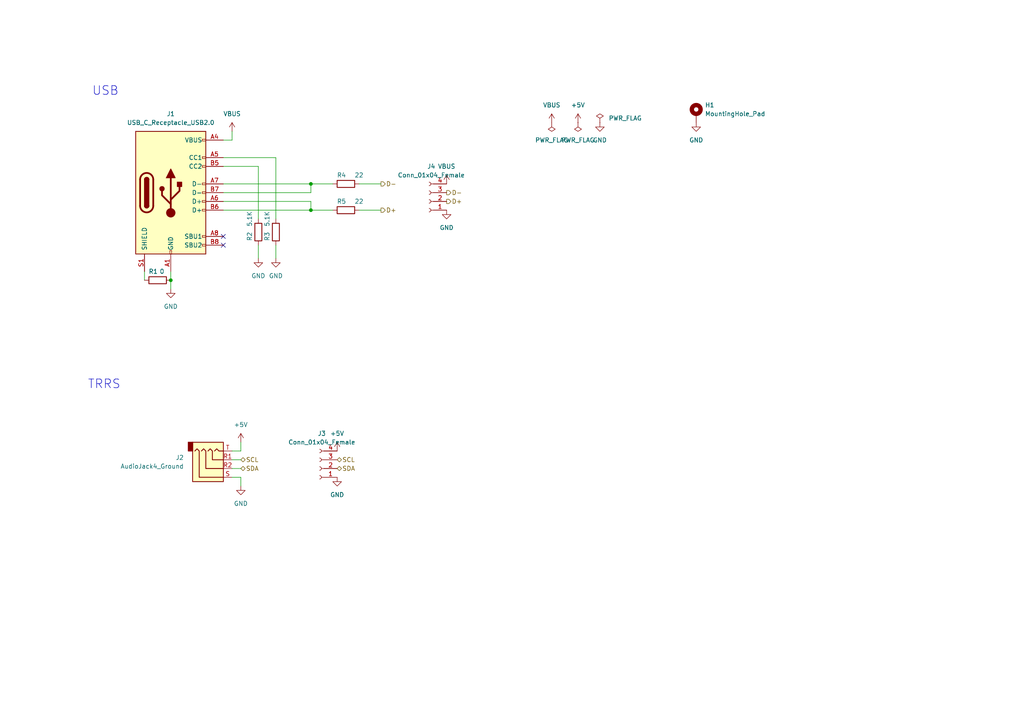
<source format=kicad_sch>
(kicad_sch (version 20211123) (generator eeschema)
  (paper "A4")
  (lib_symbols
    (symbol "Connector:AudioJack4"
      (property "Reference" "J" (at 0 8.89 0))
      (property "Value" "AudioJack4" (at 0 6.35 0))
      (symbol "AudioJack4_0_1"
        (rectangle (start -6.35 -5.08) (end -7.62 -7.62) (stroke (width 0.254)) (fill (type outline)))
        (polyline (pts (xy 0 -5.08) (xy 0.635 -5.715) (xy 1.27 -5.08) (xy 2.54 -5.08)) (stroke (width 0.254)))
        (polyline (pts (xy -5.715 -5.08) (xy -5.08 -5.715) (xy -4.445 -5.08) (xy -4.445 2.54) (xy 2.54 2.54)) (stroke (width 0.254)))
        (polyline (pts (xy -1.905 -5.08) (xy -1.27 -5.715) (xy -0.635 -5.08) (xy -0.635 -2.54) (xy 2.54 -2.54)) (stroke (width 0.254)))
        (polyline (pts (xy 2.54 0) (xy -2.54 0) (xy -2.54 -5.08) (xy -3.175 -5.715) (xy -3.81 -5.08)) (stroke (width 0.254)))
        (rectangle (start 2.54 3.81) (end -6.35 -7.62) (stroke (width 0.254)) (fill (type background)))
      )
      (symbol "AudioJack4_1_1"
        (pin passive line (at 5.08 -2.54 180) (length 2.54) (name "~") (number "R1"))
        (pin passive line (at 5.08 0 180) (length 2.54) (name "~") (number "R2"))
        (pin passive line (at 5.08 2.54 180) (length 2.54) (name "~") (number "S"))
        (pin passive line (at 5.08 -5.08 180) (length 2.54) (name "~") (number "T"))
      )
    )
    (symbol "Connector:Conn_01x04_Female" (pin_names (offset 1.016) hide)
      (property "Reference" "J" (at 0 5.08 0))
      (property "Value" "Conn_01x04_Female" (at 0 -7.62 0))
      (symbol "Conn_01x04_Female_1_1"
        (arc (start 0 -4.572) (mid -0.508 -5.08) (end 0 -5.588) (stroke (width 0.1524)))
        (arc (start 0 -2.032) (mid -0.508 -2.54) (end 0 -3.048) (stroke (width 0.1524)))
        (polyline (pts (xy -1.27 -5.08) (xy -0.508 -5.08)) (stroke (width 0.1524)))
        (polyline (pts (xy -1.27 -2.54) (xy -0.508 -2.54)) (stroke (width 0.1524)))
        (polyline (pts (xy -1.27 0) (xy -0.508 0)) (stroke (width 0.1524)))
        (polyline (pts (xy -1.27 2.54) (xy -0.508 2.54)) (stroke (width 0.1524)))
        (arc (start 0 0.508) (mid -0.508 0) (end 0 -0.508) (stroke (width 0.1524)))
        (arc (start 0 3.048) (mid -0.508 2.54) (end 0 2.032) (stroke (width 0.1524)))
        (pin passive line (at -5.08 2.54 0) (length 3.81) (name "Pin_1") (number "1"))
        (pin passive line (at -5.08 0 0) (length 3.81) (name "Pin_2") (number "2"))
        (pin passive line (at -5.08 -2.54 0) (length 3.81) (name "Pin_3") (number "3"))
        (pin passive line (at -5.08 -5.08 0) (length 3.81) (name "Pin_4") (number "4"))
      )
    )
    (symbol "Connector:USB_C_Receptacle_USB2.0" (pin_names (offset 1.016))
      (property "Reference" "J" (at -10.16 19.05 0))
      (property "Value" "USB_C_Receptacle_USB2.0" (at 19.05 19.05 0))
      (symbol "USB_C_Receptacle_USB2.0_0_0"
        (rectangle (start -0.254 -17.78) (end 0.254 -16.764))
        (rectangle (start 10.16 -14.986) (end 9.144 -15.494))
        (rectangle (start 10.16 -12.446) (end 9.144 -12.954))
        (rectangle (start 10.16 -4.826) (end 9.144 -5.334))
        (rectangle (start 10.16 -2.286) (end 9.144 -2.794))
        (rectangle (start 10.16 0.254) (end 9.144 -0.254))
        (rectangle (start 10.16 2.794) (end 9.144 2.286))
        (rectangle (start 10.16 7.874) (end 9.144 7.366))
        (rectangle (start 10.16 10.414) (end 9.144 9.906))
        (rectangle (start 10.16 15.494) (end 9.144 14.986))
      )
      (symbol "USB_C_Receptacle_USB2.0_0_1"
        (rectangle (start -10.16 17.78) (end 10.16 -17.78) (stroke (width 0.254)) (fill (type background)))
        (arc (start -8.89 -3.81) (mid -6.985 -5.715) (end -5.08 -3.81) (stroke (width 0.508)))
        (arc (start -7.62 -3.81) (mid -6.985 -4.445) (end -6.35 -3.81) (stroke (width 0.254)))
        (arc (start -7.62 -3.81) (mid -6.985 -4.445) (end -6.35 -3.81) (stroke (width 0.254)) (fill (type outline)))
        (rectangle (start -7.62 -3.81) (end -6.35 3.81) (stroke (width 0.254)) (fill (type outline)))
        (arc (start -6.35 3.81) (mid -6.985 4.445) (end -7.62 3.81) (stroke (width 0.254)))
        (arc (start -6.35 3.81) (mid -6.985 4.445) (end -7.62 3.81) (stroke (width 0.254)) (fill (type outline)))
        (arc (start -5.08 3.81) (mid -6.985 5.715) (end -8.89 3.81) (stroke (width 0.508)))
        (circle (center -2.54 1.143) (radius 0.635) (stroke (width 0.254)) (fill (type outline)))
        (circle (center 0 -5.842) (radius 1.27) (fill (type outline)))
        (polyline (pts (xy -8.89 -3.81) (xy -8.89 3.81)) (stroke (width 0.508)))
        (polyline (pts (xy -5.08 3.81) (xy -5.08 -3.81)) (stroke (width 0.508)))
        (polyline (pts (xy 0 -5.842) (xy 0 4.318)) (stroke (width 0.508)))
        (polyline (pts (xy 0 -3.302) (xy -2.54 -0.762) (xy -2.54 0.508)) (stroke (width 0.508)))
        (polyline (pts (xy 0 -2.032) (xy 2.54 0.508) (xy 2.54 1.778)) (stroke (width 0.508)))
        (polyline (pts (xy -1.27 4.318) (xy 0 6.858) (xy 1.27 4.318) (xy -1.27 4.318)) (stroke (width 0.254)) (fill (type outline)))
        (rectangle (start 1.905 1.778) (end 3.175 3.048) (stroke (width 0.254)) (fill (type outline)))
      )
      (symbol "USB_C_Receptacle_USB2.0_1_1"
        (pin passive line (at 0 -22.86 90) (length 5.08) (name "GND") (number "A1"))
        (pin passive line (at 0 -22.86 90) (length 5.08) hide (name "GND") (number "A12"))
        (pin passive line (at 15.24 15.24 180) (length 5.08) (name "VBUS") (number "A4"))
        (pin bidirectional line (at 15.24 10.16 180) (length 5.08) (name "CC1") (number "A5"))
        (pin bidirectional line (at 15.24 -2.54 180) (length 5.08) (name "D+") (number "A6"))
        (pin bidirectional line (at 15.24 2.54 180) (length 5.08) (name "D-") (number "A7"))
        (pin bidirectional line (at 15.24 -12.7 180) (length 5.08) (name "SBU1") (number "A8"))
        (pin passive line (at 15.24 15.24 180) (length 5.08) hide (name "VBUS") (number "A9"))
        (pin passive line (at 0 -22.86 90) (length 5.08) hide (name "GND") (number "B1"))
        (pin passive line (at 0 -22.86 90) (length 5.08) hide (name "GND") (number "B12"))
        (pin passive line (at 15.24 15.24 180) (length 5.08) hide (name "VBUS") (number "B4"))
        (pin bidirectional line (at 15.24 7.62 180) (length 5.08) (name "CC2") (number "B5"))
        (pin bidirectional line (at 15.24 -5.08 180) (length 5.08) (name "D+") (number "B6"))
        (pin bidirectional line (at 15.24 0 180) (length 5.08) (name "D-") (number "B7"))
        (pin bidirectional line (at 15.24 -15.24 180) (length 5.08) (name "SBU2") (number "B8"))
        (pin passive line (at 15.24 15.24 180) (length 5.08) hide (name "VBUS") (number "B9"))
        (pin passive line (at -7.62 -22.86 90) (length 5.08) (name "SHIELD") (number "S1"))
      )
    )
    (symbol "Device:R" (pin_numbers hide) (pin_names (offset 0))
      (property "Reference" "R" (at 2.032 0 90))
      (property "Value" "R" (at 0 0 90))
      (symbol "R_0_1"
        (rectangle (start -1.016 -2.54) (end 1.016 2.54) (stroke (width 0.254)))
      )
      (symbol "R_1_1"
        (pin passive line (at 0 3.81 270) (length 1.27) (name "~") (number "1"))
        (pin passive line (at 0 -3.81 90) (length 1.27) (name "~") (number "2"))
      )
    )
    (symbol "Mechanical:MountingHole_Pad" (pin_numbers hide) (pin_names (offset 1.016) hide)
      (property "Reference" "H" (at 0 6.35 0))
      (property "Value" "MountingHole_Pad" (at 0 4.445 0))
      (symbol "MountingHole_Pad_0_1"
        (circle (center 0 1.27) (radius 1.27) (stroke (width 1.27)))
      )
      (symbol "MountingHole_Pad_1_1"
        (pin input line (at 0 -2.54 90) (length 2.54) (name "1") (number "1"))
      )
    )
    (symbol "power:+5V" (power) (pin_names (offset 0))
      (property "Value" "+5V" (at 0 3.556 0))
      (symbol "+5V_0_1"
        (polyline (pts (xy -0.762 1.27) (xy 0 2.54)))
        (polyline (pts (xy 0 0) (xy 0 2.54)))
        (polyline (pts (xy 0 2.54) (xy 0.762 1.27)))
      )
      (symbol "+5V_1_1"
        (pin power_in line (at 0 0 90) (length 0) hide (name "+5V") (number "1"))
      )
    )
    (symbol "power:GND" (power) (pin_names (offset 0))
      (property "Value" "GND" (at 0 -3.81 0))
      (symbol "GND_0_1"
        (polyline (pts (xy 0 0) (xy 0 -1.27) (xy 1.27 -1.27) (xy 0 -2.54) (xy -1.27 -1.27) (xy 0 -1.27)))
      )
      (symbol "GND_1_1"
        (pin power_in line (at 0 0 270) (length 0) hide (name "GND") (number "1"))
      )
    )
    (symbol "power:PWR_FLAG" (power) (pin_numbers hide) (pin_names (offset 0) hide)
      (property "Value" "PWR_FLAG" (at 0 3.81 0))
      (symbol "PWR_FLAG_0_0"
        (pin power_out line (at 0 0 90) (length 0) (name "pwr") (number "1"))
      )
      (symbol "PWR_FLAG_0_1"
        (polyline (pts (xy 0 0) (xy 0 1.27) (xy -1.016 1.905) (xy 0 2.54) (xy 1.016 1.905) (xy 0 1.27)))
      )
    )
    (symbol "power:VBUS" (power) (pin_names (offset 0))
      (property "Value" "VBUS" (at 0 3.81 0))
      (symbol "VBUS_0_1"
        (polyline (pts (xy -0.762 1.27) (xy 0 2.54)))
        (polyline (pts (xy 0 0) (xy 0 2.54)))
        (polyline (pts (xy 0 2.54) (xy 0.762 1.27)))
      )
      (symbol "VBUS_1_1"
        (pin power_in line (at 0 0 90) (length 0) hide (name "VBUS") (number "1"))
      )
    )
  )
  (junction (at 49.53 81.28))
  (junction (at 90.17 60.96))
  (junction (at 90.17 53.34))
  (no_connect (at 64.77 68.58))
  (no_connect (at 64.77 71.12))
  (wire (pts (xy 67.31 130.81) (xy 69.85 130.81)))
  (wire (pts (xy 74.93 48.26) (xy 74.93 63.5)))
  (wire (pts (xy 67.31 135.89) (xy 69.85 135.89)))
  (wire (pts (xy 67.31 40.64) (xy 64.77 40.64)))
  (wire (pts (xy 69.85 130.81) (xy 69.85 128.27)))
  (wire (pts (xy 64.77 55.88) (xy 90.17 55.88)))
  (wire (pts (xy 74.93 71.12) (xy 74.93 74.93)))
  (wire (pts (xy 104.14 53.34) (xy 110.49 53.34)))
  (wire (pts (xy 80.01 71.12) (xy 80.01 74.93)))
  (wire (pts (xy 64.77 45.72) (xy 80.01 45.72)))
  (wire (pts (xy 90.17 55.88) (xy 90.17 53.34)))
  (wire (pts (xy 90.17 60.96) (xy 96.52 60.96)))
  (wire (pts (xy 104.14 60.96) (xy 110.49 60.96)))
  (wire (pts (xy 67.31 133.35) (xy 69.85 133.35)))
  (wire (pts (xy 64.77 58.42) (xy 90.17 58.42)))
  (wire (pts (xy 41.91 78.74) (xy 41.91 81.28)))
  (wire (pts (xy 90.17 53.34) (xy 96.52 53.34)))
  (wire (pts (xy 64.77 60.96) (xy 90.17 60.96)))
  (wire (pts (xy 90.17 58.42) (xy 90.17 60.96)))
  (wire (pts (xy 49.53 81.28) (xy 49.53 83.82)))
  (wire (pts (xy 80.01 45.72) (xy 80.01 63.5)))
  (wire (pts (xy 67.31 138.43) (xy 69.85 138.43)))
  (wire (pts (xy 67.31 38.1) (xy 67.31 40.64)))
  (wire (pts (xy 64.77 53.34) (xy 90.17 53.34)))
  (wire (pts (xy 69.85 138.43) (xy 69.85 140.97)))
  (wire (pts (xy 64.77 48.26) (xy 74.93 48.26)))
  (wire (pts (xy 49.53 78.74) (xy 49.53 81.28)))
  (text "TRRS" (at 25.4 113.03 0) (effects (font (size 2.54 2.54)) (justify left bottom)))
  (text "USB" (at 26.67 27.94 0) (effects (font (size 2.54 2.54)) (justify left bottom)))
  (hierarchical_label "SDA" (shape bidirectional) (at 97.79 135.89 0))
  (hierarchical_label "D-" (shape output) (at 129.54 55.88 0))
  (hierarchical_label "D-" (shape output) (at 110.49 53.34 0))
  (hierarchical_label "D+" (shape output) (at 129.54 58.42 0))
  (hierarchical_label "SCL" (shape bidirectional) (at 97.79 133.35 0))
  (hierarchical_label "D+" (shape output) (at 110.49 60.96 0))
  (hierarchical_label "SCL" (shape bidirectional) (at 69.85 133.35 0))
  (hierarchical_label "SDA" (shape bidirectional) (at 69.85 135.89 0))
  (symbol (lib_id "power:GND") (at 80.01 74.93 0) (unit 1)
    (property "Reference" "#PWR0109" (effects hide))
    (property "Value" "GND" (at 80.01 80.01 0))
  )
  (symbol (lib_id "power:+5V") (at 167.64 35.56 0) (unit 1)
    (property "Reference" "#PWR0113" (effects hide))
    (property "Value" "+5V" (at 167.64 30.48 0))
  )
  (symbol (lib_id "Device:R") (at 74.93 67.31 180) (unit 1)
    (property "Reference" "R2" (at 72.39 68.58 90))
    (property "Value" "5.1K" (at 72.39 63.5 90))
    (property "Footprint" "Resistor_SMD:R_0603_1608Metric" (effects hide))
  )
  (symbol (lib_id "power:GND") (at 69.85 140.97 0) (unit 1)
    (property "Reference" "#PWR0105" (effects hide))
    (property "Value" "GND" (at 69.85 146.05 0))
  )
  (symbol (lib_id "power:GND") (at 129.54 60.96 0) (unit 1)
    (property "Reference" "#PWR0102" (effects hide))
    (property "Value" "GND" (at 129.54 66.04 0))
  )
  (symbol (lib_id "Connector:Conn_01x04_Female") (at 124.46 58.42 180) (unit 1)
    (property "Reference" "J4" (at 125.095 48.26 0))
    (property "Value" "Conn_01x04_Female" (at 125.095 50.8 0))
    (property "Footprint" "Connector_JST:JST_PH_B4B-PH-K_1x04_P2.00mm_Vertical" (effects hide))
  )
  (symbol (lib_id "power:GND") (at 49.53 83.82 0) (unit 1)
    (property "Reference" "#PWR0104" (effects hide))
    (property "Value" "GND" (at 49.53 88.9 0))
  )
  (symbol (lib_id "Device:R") (at 100.33 53.34 90) (unit 1)
    (property "Reference" "R4" (at 99.06 50.8 90))
    (property "Value" "22" (at 104.14 50.8 90))
    (property "Footprint" "Resistor_SMD:R_0603_1608Metric" (effects hide))
  )
  (symbol (lib_id "power:GND") (at 201.93 35.56 0) (unit 1)
    (property "Reference" "#PWR0114" (effects hide))
    (property "Value" "GND" (at 201.93 40.64 0))
  )
  (symbol (lib_id "power:GND") (at 173.99 35.56 0) (unit 1)
    (property "Reference" "#PWR0112" (effects hide))
    (property "Value" "GND" (at 173.99 40.64 0))
  )
  (symbol (lib_id "power:GND") (at 74.93 74.93 0) (unit 1)
    (property "Reference" "#PWR0110" (effects hide))
    (property "Value" "GND" (at 74.93 80.01 0))
  )
  (symbol (lib_id "power:PWR_FLAG") (at 160.02 35.56 180) (unit 1)
    (property "Reference" "#FLG0102" (effects hide))
    (property "Value" "PWR_FLAG" (at 160.02 40.64 0))
  )
  (symbol (lib_id "Mechanical:MountingHole_Pad") (at 201.93 33.02 0) (unit 1)
    (property "Reference" "H1" (at 204.47 30.4799 0) (effects (justify left)))
    (property "Value" "MountingHole_Pad" (at 204.47 33.0199 0) (effects (justify left)))
    (property "Footprint" "MountingHole:MountingHole_2.2mm_M2_Pad_Via" (effects hide))
  )
  (symbol (lib_id "Device:R") (at 80.01 67.31 180) (unit 1)
    (property "Reference" "R3" (at 77.47 68.58 90))
    (property "Value" "5.1K" (at 77.47 63.5 90))
    (property "Footprint" "Resistor_SMD:R_0603_1608Metric" (effects hide))
  )
  (symbol (lib_id "power:VBUS") (at 67.31 38.1 0) (unit 1)
    (property "Reference" "#PWR0103" (effects hide))
    (property "Value" "VBUS" (at 67.31 33.02 0))
  )
  (symbol (lib_id "power:VBUS") (at 129.54 53.34 0) (unit 1)
    (property "Reference" "#PWR0101" (effects hide))
    (property "Value" "VBUS" (at 129.54 48.26 0))
  )
  (symbol (lib_id "power:PWR_FLAG") (at 173.99 35.56 0) (unit 1)
    (property "Reference" "#FLG0101" (effects hide))
    (property "Value" "PWR_FLAG" (at 176.53 34.2899 0) (effects (justify left)))
  )
  (symbol (lib_id "power:GND") (at 97.79 138.43 0) (unit 1)
    (property "Reference" "#PWR0106" (effects hide))
    (property "Value" "GND" (at 97.79 143.51 0))
  )
  (symbol (lib_id "Device:R") (at 100.33 60.96 90) (unit 1)
    (property "Reference" "R5" (at 99.06 58.42 90))
    (property "Value" "22" (at 104.14 58.42 90))
    (property "Footprint" "Resistor_SMD:R_0603_1608Metric" (effects hide))
  )
  (symbol (lib_id "Device:R") (at 45.72 81.28 90) (unit 1)
    (property "Reference" "R1" (at 44.45 78.74 90))
    (property "Value" "0" (at 46.99 78.74 90))
    (property "Footprint" "Resistor_SMD:R_0603_1608Metric" (effects hide))
  )
  (symbol (lib_id "Connector:USB_C_Receptacle_USB2.0") (at 49.53 55.88 0) (unit 1)
    (property "Reference" "J1" (at 49.53 33.02 0))
    (property "Value" "USB_C_Receptacle_USB2.0" (at 49.53 35.56 0))
    (property "Footprint" "Connector_USB:USB_C_Receptacle_XKB_U262-16XN-4BVC11" (effects hide))
    (property "Datasheet" "https://www.usb.org/sites/default/files/documents/usb_type-c.zip" (effects hide))
  )
  (symbol (lib_id "power:PWR_FLAG") (at 167.64 35.56 180) (unit 1)
    (property "Reference" "#FLG0103" (effects hide))
    (property "Value" "PWR_FLAG" (at 167.64 40.64 0))
  )
  (symbol (lib_id "Connector:Conn_01x04_Female") (at 92.71 135.89 180) (unit 1)
    (property "Reference" "J3" (at 93.345 125.73 0))
    (property "Value" "Conn_01x04_Female" (at 93.345 128.27 0))
    (property "Footprint" "Connector_JST:JST_PH_B4B-PH-K_1x04_P2.00mm_Vertical" (effects hide))
  )
  (symbol (lib_id "power:+5V") (at 69.85 128.27 0) (unit 1)
    (property "Reference" "#PWR0108" (effects hide))
    (property "Value" "+5V" (at 69.85 123.19 0))
  )
  (symbol (lib_id "power:+5V") (at 97.79 130.81 0) (unit 1)
    (property "Reference" "#PWR0107" (effects hide))
    (property "Value" "+5V" (at 97.79 125.73 0))
  )
  (symbol (lib_id "power:VBUS") (at 160.02 35.56 0) (unit 1)
    (property "Reference" "#PWR0111" (effects hide))
    (property "Value" "VBUS" (at 160.02 30.48 0))
  )
  (symbol (lib_id "Connector:AudioJack4") (at 62.23 135.89 0) (mirror x) (unit 1)
    (property "Reference" "J2" (at 53.34 132.7149 0) (effects (justify right)))
    (property "Value" "AudioJack4_Ground" (at 53.34 135.2549 0) (effects (justify right)))
    (property "Footprint" "Connector_Audio:Jack_3.5mm_PJ320D_Horizontal" (effects hide))
  )
)
</source>
